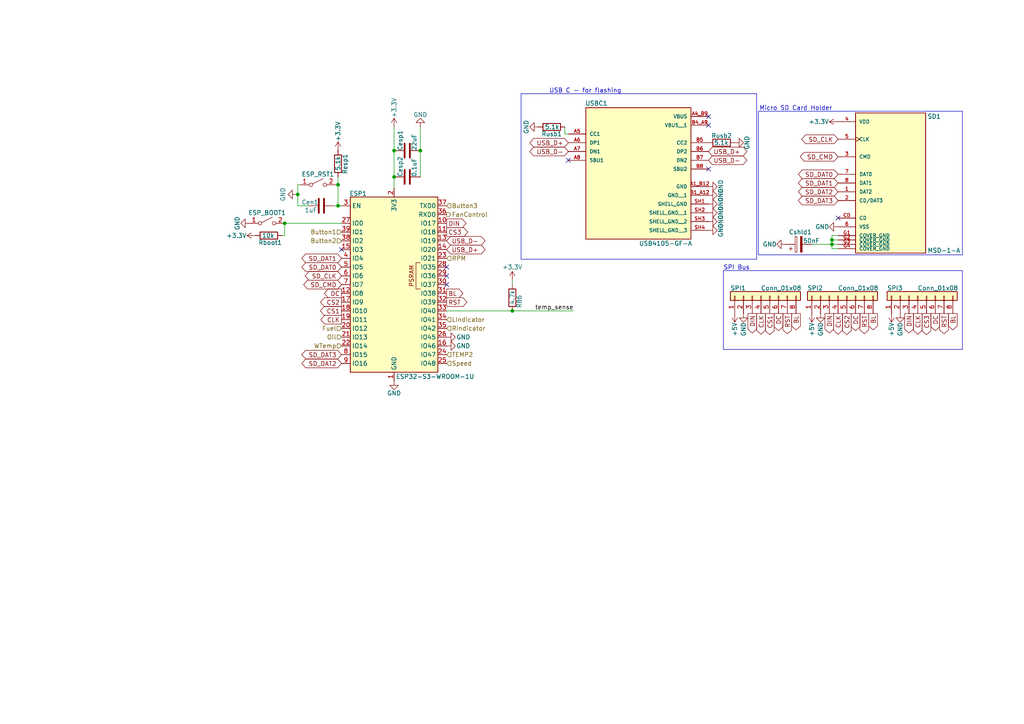
<source format=kicad_sch>
(kicad_sch (version 20231120) (generator "eeschema") (generator_version "8.0")
  (paper "A4")
  (lib_symbols
    (symbol "Connector_Generic:Conn_01x08" (pin_names (offset 1.016) hide)
      (property "Reference" "J" (at 0 10.16 0))
      (property "Value" "Conn_01x08" (at 0 -12.7 0))
      (symbol "Conn_01x08_1_1"
        (rectangle (start -1.27 -10.033) (end 0 -10.287) (stroke (width 0.1524)))
        (rectangle (start -1.27 -7.493) (end 0 -7.747) (stroke (width 0.1524)))
        (rectangle (start -1.27 -4.953) (end 0 -5.207) (stroke (width 0.1524)))
        (rectangle (start -1.27 -2.413) (end 0 -2.667) (stroke (width 0.1524)))
        (rectangle (start -1.27 0.127) (end 0 -0.127) (stroke (width 0.1524)))
        (rectangle (start -1.27 2.667) (end 0 2.413) (stroke (width 0.1524)))
        (rectangle (start -1.27 5.207) (end 0 4.953) (stroke (width 0.1524)))
        (rectangle (start -1.27 7.747) (end 0 7.493) (stroke (width 0.1524)))
        (rectangle (start -1.27 8.89) (end 1.27 -11.43) (stroke (width 0.254)) (fill (type background)))
        (pin passive line (at -5.08 7.62 0) (length 3.81) (name "Pin_1") (number "1"))
        (pin passive line (at -5.08 5.08 0) (length 3.81) (name "Pin_2") (number "2"))
        (pin passive line (at -5.08 2.54 0) (length 3.81) (name "Pin_3") (number "3"))
        (pin passive line (at -5.08 0 0) (length 3.81) (name "Pin_4") (number "4"))
        (pin passive line (at -5.08 -2.54 0) (length 3.81) (name "Pin_5") (number "5"))
        (pin passive line (at -5.08 -5.08 0) (length 3.81) (name "Pin_6") (number "6"))
        (pin passive line (at -5.08 -7.62 0) (length 3.81) (name "Pin_7") (number "7"))
        (pin passive line (at -5.08 -10.16 0) (length 3.81) (name "Pin_8") (number "8"))
      )
    )
    (symbol "Device:C" (pin_numbers hide) (pin_names (offset 0.254))
      (property "Reference" "C" (at 0.635 2.54 0))
      (property "Value" "C" (at 0.635 -2.54 0))
      (symbol "C_0_1"
        (polyline (pts (xy -2.032 -0.762) (xy 2.032 -0.762)) (stroke (width 0.508)))
        (polyline (pts (xy -2.032 0.762) (xy 2.032 0.762)) (stroke (width 0.508)))
      )
      (symbol "C_1_1"
        (pin passive line (at 0 3.81 270) (length 2.794) (name "~") (number "1"))
        (pin passive line (at 0 -3.81 90) (length 2.794) (name "~") (number "2"))
      )
    )
    (symbol "Device:C_Polarized" (pin_numbers hide) (pin_names (offset 0.254))
      (property "Reference" "C" (at 0.635 2.54 0))
      (property "Value" "C_Polarized" (at 0.635 -2.54 0))
      (symbol "C_Polarized_0_1"
        (rectangle (start -2.286 0.508) (end 2.286 1.016))
        (polyline (pts (xy -1.778 2.286) (xy -0.762 2.286)))
        (polyline (pts (xy -1.27 2.794) (xy -1.27 1.778)))
        (rectangle (start 2.286 -0.508) (end -2.286 -1.016) (fill (type outline)))
      )
      (symbol "C_Polarized_1_1"
        (pin passive line (at 0 3.81 270) (length 2.794) (name "~") (number "1"))
        (pin passive line (at 0 -3.81 90) (length 2.794) (name "~") (number "2"))
      )
    )
    (symbol "Device:R" (pin_numbers hide) (pin_names (offset 0))
      (property "Reference" "R" (at 2.032 0 90))
      (property "Value" "R" (at 0 0 90))
      (symbol "R_0_1"
        (rectangle (start -1.016 -2.54) (end 1.016 2.54) (stroke (width 0.254)))
      )
      (symbol "R_1_1"
        (pin passive line (at 0 3.81 270) (length 1.27) (name "~") (number "1"))
        (pin passive line (at 0 -3.81 90) (length 1.27) (name "~") (number "2"))
      )
    )
    (symbol "MSD-1-A:MSD-1-A" (pin_names (offset 1.016))
      (property "Reference" "J" (at -10.16 21.082 0))
      (property "Value" "MSD-1-A" (at -10.16 -22.86 0))
      (symbol "MSD-1-A_0_0"
        (rectangle (start -10.16 20.32) (end 10.16 -20.32) (stroke (width 0.254)) (fill (type background)))
        (pin bidirectional line (at -15.24 -2.54 0) (length 5.08) (name "DAT2") (number "1"))
        (pin bidirectional line (at -15.24 -5.08 0) (length 5.08) (name "CD/DAT3") (number "2"))
        (pin bidirectional line (at -15.24 7.62 0) (length 5.08) (name "CMD") (number "3"))
        (pin power_in line (at -15.24 17.78 0) (length 5.08) (name "VDD") (number "4"))
        (pin input clock (at -15.24 12.7 0) (length 5.08) (name "CLK") (number "5"))
        (pin power_in line (at -15.24 -12.7 0) (length 5.08) (name "VSS") (number "6"))
        (pin bidirectional line (at -15.24 2.54 0) (length 5.08) (name "DAT0") (number "7"))
        (pin bidirectional line (at -15.24 0 0) (length 5.08) (name "DAT1") (number "8"))
        (pin passive line (at -15.24 -10.16 0) (length 5.08) (name "CD") (number "CD"))
      )
      (symbol "MSD-1-A_1_0"
        (pin power_in line (at -15.24 -15.24 0) (length 5.08) (name "COVER_GND") (number "G1"))
        (pin power_in line (at -15.24 -16.51 0) (length 5.08) (name "COVER_GND") (number "G2"))
        (pin power_in line (at -15.24 -17.78 0) (length 5.08) (name "COVER_GND") (number "G3"))
        (pin power_in line (at -15.24 -19.05 0) (length 5.08) (name "COVER_GND") (number "G4"))
      )
    )
    (symbol "RF_Module:ESP32-S3-WROOM-1"
      (property "Reference" "U" (at -12.7 26.67 0))
      (property "Value" "ESP32-S3-WROOM-1" (at 12.7 26.67 0))
      (symbol "ESP32-S3-WROOM-1_0_0"
        (rectangle (start -12.7 25.4) (end 12.7 -25.4) (stroke (width 0.254)) (fill (type background)))
        (text "PSRAM" (at 5.08 2.54 900) (effects (font (size 1.27 1.27))))
      )
      (symbol "ESP32-S3-WROOM-1_0_1"
        (polyline (pts (xy 7.62 -1.27) (xy 6.35 -1.27) (xy 6.35 6.35) (xy 7.62 6.35)))
      )
      (symbol "ESP32-S3-WROOM-1_1_1"
        (pin power_in line (at 0 -27.94 90) (length 2.54) (name "GND") (number "1"))
        (pin bidirectional line (at 15.24 17.78 180) (length 2.54) (name "IO17") (number "10"))
        (pin bidirectional line (at 15.24 15.24 180) (length 2.54) (name "IO18") (number "11"))
        (pin bidirectional line (at -15.24 -2.54 0) (length 2.54) (name "IO8") (number "12"))
        (pin bidirectional line (at 15.24 12.7 180) (length 2.54) (name "IO19") (number "13"))
        (pin bidirectional line (at 15.24 10.16 180) (length 2.54) (name "IO20") (number "14"))
        (pin bidirectional line (at -15.24 10.16 0) (length 2.54) (name "IO3") (number "15"))
        (pin bidirectional line (at 15.24 -17.78 180) (length 2.54) (name "IO46") (number "16"))
        (pin bidirectional line (at -15.24 -5.08 0) (length 2.54) (name "IO9") (number "17"))
        (pin bidirectional line (at -15.24 -7.62 0) (length 2.54) (name "IO10") (number "18"))
        (pin bidirectional line (at -15.24 -10.16 0) (length 2.54) (name "IO11") (number "19"))
        (pin power_in line (at 0 27.94 270) (length 2.54) (name "3V3") (number "2"))
        (pin bidirectional line (at -15.24 -12.7 0) (length 2.54) (name "IO12") (number "20"))
        (pin bidirectional line (at -15.24 -15.24 0) (length 2.54) (name "IO13") (number "21"))
        (pin bidirectional line (at -15.24 -17.78 0) (length 2.54) (name "IO14") (number "22"))
        (pin bidirectional line (at 15.24 7.62 180) (length 2.54) (name "IO21") (number "23"))
        (pin bidirectional line (at 15.24 -20.32 180) (length 2.54) (name "IO47") (number "24"))
        (pin bidirectional line (at 15.24 -22.86 180) (length 2.54) (name "IO48") (number "25"))
        (pin bidirectional line (at 15.24 -15.24 180) (length 2.54) (name "IO45") (number "26"))
        (pin bidirectional line (at -15.24 17.78 0) (length 2.54) (name "IO0") (number "27"))
        (pin bidirectional line (at 15.24 5.08 180) (length 2.54) (name "IO35") (number "28"))
        (pin bidirectional line (at 15.24 2.54 180) (length 2.54) (name "IO36") (number "29"))
        (pin input line (at -15.24 22.86 0) (length 2.54) (name "EN") (number "3"))
        (pin bidirectional line (at 15.24 0 180) (length 2.54) (name "IO37") (number "30"))
        (pin bidirectional line (at 15.24 -2.54 180) (length 2.54) (name "IO38") (number "31"))
        (pin bidirectional line (at 15.24 -5.08 180) (length 2.54) (name "IO39") (number "32"))
        (pin bidirectional line (at 15.24 -7.62 180) (length 2.54) (name "IO40") (number "33"))
        (pin bidirectional line (at 15.24 -10.16 180) (length 2.54) (name "IO41") (number "34"))
        (pin bidirectional line (at 15.24 -12.7 180) (length 2.54) (name "IO42") (number "35"))
        (pin bidirectional line (at 15.24 20.32 180) (length 2.54) (name "RXD0") (number "36"))
        (pin bidirectional line (at 15.24 22.86 180) (length 2.54) (name "TXD0") (number "37"))
        (pin bidirectional line (at -15.24 12.7 0) (length 2.54) (name "IO2") (number "38"))
        (pin bidirectional line (at -15.24 15.24 0) (length 2.54) (name "IO1") (number "39"))
        (pin bidirectional line (at -15.24 7.62 0) (length 2.54) (name "IO4") (number "4"))
        (pin passive line (at 0 -27.94 90) (length 2.54) hide (name "GND") (number "40"))
        (pin passive line (at 0 -27.94 90) (length 2.54) hide (name "GND") (number "41"))
        (pin bidirectional line (at -15.24 5.08 0) (length 2.54) (name "IO5") (number "5"))
        (pin bidirectional line (at -15.24 2.54 0) (length 2.54) (name "IO6") (number "6"))
        (pin bidirectional line (at -15.24 0 0) (length 2.54) (name "IO7") (number "7"))
        (pin bidirectional line (at -15.24 -20.32 0) (length 2.54) (name "IO15") (number "8"))
        (pin bidirectional line (at -15.24 -22.86 0) (length 2.54) (name "IO16") (number "9"))
      )
    )
    (symbol "Switch:SW_SPST" (pin_names (offset 0) hide)
      (property "Reference" "SW" (at 0 3.175 0))
      (property "Value" "SW_SPST" (at 0 -2.54 0))
      (symbol "SW_SPST_0_0"
        (circle (center -2.032 0) (radius 0.508))
        (polyline (pts (xy -1.524 0.254) (xy 1.524 1.778)))
        (circle (center 2.032 0) (radius 0.508))
      )
      (symbol "SW_SPST_1_1"
        (pin passive line (at -5.08 0 0) (length 2.54) (name "A") (number "1"))
        (pin passive line (at 5.08 0 180) (length 2.54) (name "B") (number "2"))
      )
    )
    (symbol "USB-C:USB4105-GF-A" (pin_names (offset 1.016))
      (property "Reference" "J" (at -15.24 13.97 0))
      (property "Value" "USB4105-GF-A" (at -15.24 -27.94 0))
      (symbol "USB4105-GF-A_0_0"
        (rectangle (start -15.24 -25.4) (end 15.24 12.7) (stroke (width 0.254)) (fill (type background)))
        (pin power_in line (at 20.32 -10.16 180) (length 5.08) (name "GND") (number "A1_B12"))
        (pin power_in line (at 20.32 10.16 180) (length 5.08) (name "VBUS") (number "A4_B9"))
        (pin bidirectional line (at -20.32 5.08 0) (length 5.08) (name "CC1") (number "A5"))
        (pin bidirectional line (at -20.32 2.54 0) (length 5.08) (name "DP1") (number "A6"))
        (pin bidirectional line (at -20.32 0 0) (length 5.08) (name "DN1") (number "A7"))
        (pin bidirectional line (at -20.32 -2.54 0) (length 5.08) (name "SBU1") (number "A8"))
        (pin power_in line (at 20.32 -12.7 180) (length 5.08) (name "GND__1") (number "B1_A12"))
        (pin power_in line (at 20.32 7.62 180) (length 5.08) (name "VBUS__1") (number "B4_A9"))
        (pin bidirectional line (at 20.32 2.54 180) (length 5.08) (name "CC2") (number "B5"))
        (pin bidirectional line (at 20.32 0 180) (length 5.08) (name "DP2") (number "B6"))
        (pin bidirectional line (at 20.32 -2.54 180) (length 5.08) (name "DN2") (number "B7"))
        (pin bidirectional line (at 20.32 -5.08 180) (length 5.08) (name "SBU2") (number "B8"))
        (pin power_in line (at 20.32 -15.24 180) (length 5.08) (name "SHELL_GND") (number "SH1"))
        (pin power_in line (at 20.32 -17.78 180) (length 5.08) (name "SHELL_GND__1") (number "SH2"))
        (pin power_in line (at 20.32 -20.32 180) (length 5.08) (name "SHELL_GND__2") (number "SH3"))
        (pin power_in line (at 20.32 -22.86 180) (length 5.08) (name "SHELL_GND__3") (number "SH4"))
      )
    )
    (symbol "power:+3.3V" (power) (pin_numbers hide) (pin_names (offset 0) hide)
      (property "Value" "+3.3V" (at 0 3.556 0))
      (symbol "+3.3V_0_1"
        (polyline (pts (xy -0.762 1.27) (xy 0 2.54)))
        (polyline (pts (xy 0 0) (xy 0 2.54)))
        (polyline (pts (xy 0 2.54) (xy 0.762 1.27)))
      )
      (symbol "+3.3V_1_1"
        (pin power_in line (at 0 0 90) (length 0) (name "~") (number "1"))
      )
    )
    (symbol "power:+5V" (power) (pin_numbers hide) (pin_names (offset 0) hide)
      (property "Value" "+5V" (at 0 3.556 0))
      (symbol "+5V_0_1"
        (polyline (pts (xy -0.762 1.27) (xy 0 2.54)))
        (polyline (pts (xy 0 0) (xy 0 2.54)))
        (polyline (pts (xy 0 2.54) (xy 0.762 1.27)))
      )
      (symbol "+5V_1_1"
        (pin power_in line (at 0 0 90) (length 0) (name "~") (number "1"))
      )
    )
    (symbol "power:GND" (power) (pin_numbers hide) (pin_names (offset 0) hide)
      (property "Value" "GND" (at 0 -3.81 0))
      (symbol "GND_0_1"
        (polyline (pts (xy 0 0) (xy 0 -1.27) (xy 1.27 -1.27) (xy 0 -2.54) (xy -1.27 -1.27) (xy 0 -1.27)))
      )
      (symbol "GND_1_1"
        (pin power_in line (at 0 0 270) (length 0) (name "~") (number "1"))
      )
    )
  )
  (junction (at 82.55 64.77))
  (junction (at 98.044 53.594))
  (junction (at 114.3 43.688))
  (junction (at 114.3 51.308))
  (junction (at 86.36 56.388))
  (junction (at 241.3 70.866))
  (junction (at 148.59 90.17))
  (junction (at 241.3 69.596))
  (junction (at 98.044 59.69))
  (junction (at 121.92 43.688))
  (no_connect (at 99.06 72.39))
  (no_connect (at 205.486 49.022))
  (no_connect (at 129.54 80.01))
  (no_connect (at 243.078 63.246))
  (no_connect (at 129.54 77.47))
  (no_connect (at 164.846 46.482))
  (no_connect (at 205.486 36.322))
  (no_connect (at 129.54 82.55))
  (no_connect (at 205.486 33.782))
  (wire (pts (xy 241.3 70.866) (xy 243.078 70.866)))
  (wire (pts (xy 114.3 51.308) (xy 114.3 43.688)))
  (wire (pts (xy 86.36 53.594) (xy 87.122 53.594)))
  (wire (pts (xy 243.078 68.326) (xy 241.3 68.326)))
  (wire (pts (xy 241.3 72.136) (xy 241.3 70.866)))
  (wire (pts (xy 114.3 43.688) (xy 114.3 36.83)))
  (wire (pts (xy 243.078 69.596) (xy 241.3 69.596)))
  (wire (pts (xy 148.59 90.17) (xy 166.37 90.17)))
  (wire (pts (xy 98.044 51.308) (xy 98.044 53.594)))
  (wire (pts (xy 241.3 69.596) (xy 241.3 70.866)))
  (wire (pts (xy 86.36 56.388) (xy 86.36 59.69)))
  (wire (pts (xy 121.92 36.83) (xy 121.92 43.688)))
  (wire (pts (xy 163.83 36.83) (xy 163.83 38.862)))
  (wire (pts (xy 82.55 64.77) (xy 82.55 68.326)))
  (wire (pts (xy 82.55 64.77) (xy 99.06 64.77)))
  (wire (pts (xy 97.282 53.594) (xy 98.044 53.594)))
  (wire (pts (xy 148.59 90.17) (xy 129.54 90.17)))
  (wire (pts (xy 86.36 53.594) (xy 86.36 56.388)))
  (wire (pts (xy 121.92 51.308) (xy 121.92 43.688)))
  (wire (pts (xy 163.83 38.862) (xy 164.846 38.862)))
  (wire (pts (xy 243.078 72.136) (xy 241.3 72.136)))
  (wire (pts (xy 241.3 68.326) (xy 241.3 69.596)))
  (wire (pts (xy 82.55 68.326) (xy 81.788 68.326)))
  (wire (pts (xy 86.36 59.69) (xy 89.408 59.69)))
  (wire (pts (xy 98.044 59.69) (xy 99.06 59.69)))
  (wire (pts (xy 98.044 53.594) (xy 98.044 59.69)))
  (wire (pts (xy 235.458 70.866) (xy 241.3 70.866)))
  (wire (pts (xy 148.59 81.28) (xy 148.59 82.55)))
  (wire (pts (xy 97.028 59.69) (xy 98.044 59.69)))
  (wire (pts (xy 86.106 56.388) (xy 86.36 56.388)))
  (wire (pts (xy 114.3 51.308) (xy 114.3 54.61)))
  (rectangle (start 209.804 78.486) (end 279.146 101.346))
  (rectangle (start 219.964 32.258) (end 279.146 73.914))
  (rectangle (start 151.13 27.178) (end 219.456 75.184))
  (text "SPI Bus" (at 209.804 77.724 0) (effects (font (size 1.27 1.27)) (justify left)))
  (text "Micro SD Card Holder" (at 220.218 31.496 0) (effects (font (size 1.27 1.27)) (justify left)))
  (text "USB C - for flashing" (at 159.258 26.416 0) (effects (font (size 1.27 1.27)) (justify left)))
  (label "temp_sense" (at 166.37 90.17 180))
  (global_label "DIN" (shape output) (at 263.652 90.932 270) (property "Intersheetrefs" "${INTERSHEET_REFS}" (effects (hide yes))))
  (global_label "DIN" (shape output) (at 129.54 64.77 0) (property "Intersheetrefs" "${INTERSHEET_REFS}" (effects (hide yes))))
  (global_label "BL" (shape output) (at 276.352 90.932 270) (property "Intersheetrefs" "${INTERSHEET_REFS}" (effects (hide yes))))
  (global_label "CS3" (shape output) (at 268.732 90.932 270) (property "Intersheetrefs" "${INTERSHEET_REFS}" (effects (hide yes))))
  (global_label "BL" (shape output) (at 230.886 90.932 270) (property "Intersheetrefs" "${INTERSHEET_REFS}" (effects (hide yes))))
  (global_label "CLK" (shape output) (at 99.06 92.71 180) (property "Intersheetrefs" "${INTERSHEET_REFS}" (effects (hide yes))))
  (global_label "DC" (shape output) (at 225.806 90.932 270) (property "Intersheetrefs" "${INTERSHEET_REFS}" (effects (hide yes))))
  (global_label "SD_DAT3" (shape bidirectional) (at 243.078 58.166 180) (property "Intersheetrefs" "${INTERSHEET_REFS}" (effects (hide yes))))
  (global_label "DIN" (shape output) (at 218.186 90.932 270) (property "Intersheetrefs" "${INTERSHEET_REFS}" (effects (hide yes))))
  (global_label "SD_CMD" (shape bidirectional) (at 243.078 45.466 180) (property "Intersheetrefs" "${INTERSHEET_REFS}" (effects (hide yes))))
  (global_label "SD_DAT3" (shape bidirectional) (at 99.06 102.87 180) (property "Intersheetrefs" "${INTERSHEET_REFS}" (effects (hide yes))))
  (global_label "USB_D-" (shape bidirectional) (at 129.54 69.85 0) (property "Intersheetrefs" "${INTERSHEET_REFS}" (effects (hide yes))))
  (global_label "DIN" (shape output) (at 240.538 90.932 270) (property "Intersheetrefs" "${INTERSHEET_REFS}" (effects (hide yes))))
  (global_label "CS1" (shape output) (at 99.06 90.17 180) (property "Intersheetrefs" "${INTERSHEET_REFS}" (effects (hide yes))))
  (global_label "CS2" (shape output) (at 245.618 90.932 270) (property "Intersheetrefs" "${INTERSHEET_REFS}" (effects (hide yes))))
  (global_label "CS1" (shape output) (at 223.266 90.932 270) (property "Intersheetrefs" "${INTERSHEET_REFS}" (effects (hide yes))))
  (global_label "USB_D-" (shape bidirectional) (at 164.846 43.942 180) (property "Intersheetrefs" "${INTERSHEET_REFS}" (effects (hide yes))))
  (global_label "USB_D-" (shape bidirectional) (at 205.486 46.482 0) (property "Intersheetrefs" "${INTERSHEET_REFS}" (effects (hide yes))))
  (global_label "CS2" (shape output) (at 99.06 87.63 180) (property "Intersheetrefs" "${INTERSHEET_REFS}" (effects (hide yes))))
  (global_label "CS3" (shape output) (at 129.54 67.31 0) (property "Intersheetrefs" "${INTERSHEET_REFS}" (effects (hide yes))))
  (global_label "SD_DAT2" (shape bidirectional) (at 243.078 55.626 180) (property "Intersheetrefs" "${INTERSHEET_REFS}" (effects (hide yes))))
  (global_label "DC" (shape output) (at 99.06 85.09 180) (property "Intersheetrefs" "${INTERSHEET_REFS}" (effects (hide yes))))
  (global_label "SD_DAT2" (shape bidirectional) (at 99.06 105.41 180) (property "Intersheetrefs" "${INTERSHEET_REFS}" (effects (hide yes))))
  (global_label "SD_CMD" (shape bidirectional) (at 99.06 82.55 180) (property "Intersheetrefs" "${INTERSHEET_REFS}" (effects (hide yes))))
  (global_label "CLK" (shape output) (at 243.078 90.932 270) (property "Intersheetrefs" "${INTERSHEET_REFS}" (effects (hide yes))))
  (global_label "SD_DAT0" (shape bidirectional) (at 243.078 50.546 180) (property "Intersheetrefs" "${INTERSHEET_REFS}" (effects (hide yes))))
  (global_label "DC" (shape output) (at 248.158 90.932 270) (property "Intersheetrefs" "${INTERSHEET_REFS}" (effects (hide yes))))
  (global_label "CLK" (shape output) (at 266.192 90.932 270) (property "Intersheetrefs" "${INTERSHEET_REFS}" (effects (hide yes))))
  (global_label "RST" (shape output) (at 228.346 90.932 270) (property "Intersheetrefs" "${INTERSHEET_REFS}" (effects (hide yes))))
  (global_label "SD_CLK" (shape bidirectional) (at 99.06 80.01 180) (property "Intersheetrefs" "${INTERSHEET_REFS}" (effects (hide yes))))
  (global_label "BL" (shape output) (at 253.238 90.932 270) (property "Intersheetrefs" "${INTERSHEET_REFS}" (effects (hide yes))))
  (global_label "SD_CLK" (shape bidirectional) (at 243.078 40.386 180) (property "Intersheetrefs" "${INTERSHEET_REFS}" (effects (hide yes))))
  (global_label "RST" (shape output) (at 129.54 87.63 0) (property "Intersheetrefs" "${INTERSHEET_REFS}" (effects (hide yes))))
  (global_label "CLK" (shape output) (at 220.726 90.932 270) (property "Intersheetrefs" "${INTERSHEET_REFS}" (effects (hide yes))))
  (global_label "SD_DAT0" (shape bidirectional) (at 99.06 77.47 180) (property "Intersheetrefs" "${INTERSHEET_REFS}" (effects (hide yes))))
  (global_label "USB_D+" (shape bidirectional) (at 129.54 72.39 0) (property "Intersheetrefs" "${INTERSHEET_REFS}" (effects (hide yes))))
  (global_label "DC" (shape output) (at 271.272 90.932 270) (property "Intersheetrefs" "${INTERSHEET_REFS}" (effects (hide yes))))
  (global_label "USB_D+" (shape bidirectional) (at 205.486 43.942 0) (property "Intersheetrefs" "${INTERSHEET_REFS}" (effects (hide yes))))
  (global_label "USB_D+" (shape bidirectional) (at 164.846 41.402 180) (property "Intersheetrefs" "${INTERSHEET_REFS}" (effects (hide yes))))
  (global_label "SD_DAT1" (shape bidirectional) (at 243.078 53.086 180) (property "Intersheetrefs" "${INTERSHEET_REFS}" (effects (hide yes))))
  (global_label "SD_DAT1" (shape bidirectional) (at 99.06 74.93 180) (property "Intersheetrefs" "${INTERSHEET_REFS}" (effects (hide yes))))
  (global_label "BL" (shape output) (at 129.54 85.09 0) (property "Intersheetrefs" "${INTERSHEET_REFS}" (effects (hide yes))))
  (global_label "RST" (shape output) (at 250.698 90.932 270) (property "Intersheetrefs" "${INTERSHEET_REFS}" (effects (hide yes))))
  (global_label "RST" (shape output) (at 273.812 90.932 270) (property "Intersheetrefs" "${INTERSHEET_REFS}" (effects (hide yes))))
  (hierarchical_label "TEMP2" (shape input) (at 129.54 102.87 0))
  (hierarchical_label "Button1" (shape input) (at 99.06 67.31 180))
  (hierarchical_label "Oil" (shape input) (at 99.06 97.79 180))
  (hierarchical_label "RPM" (shape input) (at 129.54 74.93 0))
  (hierarchical_label "Button2" (shape input) (at 99.06 69.85 180))
  (hierarchical_label "Button3" (shape input) (at 129.54 59.69 0))
  (hierarchical_label "Fuel" (shape input) (at 99.06 95.25 180))
  (hierarchical_label "LIndicator" (shape input) (at 129.54 92.71 0))
  (hierarchical_label "WTemp" (shape input) (at 99.06 100.33 180))
  (hierarchical_label "RIndicator" (shape input) (at 129.54 95.25 0))
  (hierarchical_label "Speed" (shape input) (at 129.54 105.41 0))
  (hierarchical_label "FanControl" (shape output) (at 129.54 62.23 0))
  (symbol (lib_id "RF_Module:ESP32-S3-WROOM-1") (at 114.3 82.55 0) (unit 1)
    (property "Reference" "ESP1" (at 101.346 56.134 0) (effects (justify left)))
    (property "Value" "ESP32-S3-WROOM-1U" (at 114.808 109.22 0) (effects (justify left)))
    (property "Footprint" "RF_Module:ESP32-S3-WROOM-1U" (effects (hide yes)))
    (property "Datasheet" "https://www.espressif.com/sites/default/files/documentation/esp32-s3-wroom-1_wroom-1u_datasheet_en.pdf" (effects (hide yes)))
    (property "Description" "RF Module, ESP32-S3 SoC, Wi-Fi 802.11b/g/n, Bluetooth, BLE, 32-bit, 3.3V, onboard antenna, SMD" (effects (hide yes)))
  )
  (symbol (lib_id "power:GND") (at 86.106 56.388 270) (mirror x) (unit 1)
    (property "Reference" "#PWR031" (effects (hide yes)))
    (property "Value" "GND" (at 82.042 56.388 0))
    (property "Description" "Power symbol creates a global label with name \"GND\" , ground" (effects (hide yes)))
  )
  (symbol (lib_id "Switch:SW_SPST") (at 92.202 53.594 0) (unit 1)
    (property "Reference" "ESP_RST1" (at 92.202 50.546 0))
    (property "Value" "SW_SPST" (effects (hide yes)))
    (property "Footprint" "button:small_button" (effects (hide yes)))
    (property "Description" "Single Pole Single Throw (SPST) switch" (effects (hide yes)))
  )
  (symbol (lib_id "Device:C") (at 118.11 43.688 90) (unit 1)
    (property "Reference" "Cesp1" (at 116.078 43.688 0) (effects (justify left)))
    (property "Value" "22uF" (at 120.142 43.688 0) (effects (justify left)))
    (property "Footprint" "Capacitor_SMD:C_0805_2012Metric" (effects (hide yes)))
    (property "Description" "Unpolarized capacitor" (effects (hide yes)))
  )
  (symbol (lib_id "power:GND") (at 121.92 36.83 180) (unit 1)
    (property "Reference" "#PWR035" (effects (hide yes)))
    (property "Value" "GND" (at 121.92 33.274 0))
    (property "Description" "Power symbol creates a global label with name \"GND\" , ground" (effects (hide yes)))
  )
  (symbol (lib_id "power:+3.3V") (at 114.3 36.83 0) (unit 1)
    (property "Reference" "#PWR033" (effects (hide yes)))
    (property "Value" "+3.3V" (at 114.3 31.242 90))
    (property "Description" "Power symbol creates a global label with name \"+3.3V\"" (effects (hide yes)))
  )
  (symbol (lib_id "power:+3.3V") (at 98.044 43.688 0) (mirror y) (unit 1)
    (property "Reference" "#PWR032" (effects (hide yes)))
    (property "Value" "+3.3V" (at 98.044 38.1 90))
    (property "Description" "Power symbol creates a global label with name \"+3.3V\"" (effects (hide yes)))
  )
  (symbol (lib_id "Device:C") (at 93.218 59.69 90) (unit 1)
    (property "Reference" "Cen1" (at 89.916 58.674 90))
    (property "Value" "1uF" (at 90.17 60.96 90))
    (property "Footprint" "Capacitor_SMD:C_0805_2012Metric" (effects (hide yes)))
    (property "Description" "Unpolarized capacitor" (effects (hide yes)))
  )
  (symbol (lib_id "power:GND") (at 243.078 65.786 270) (unit 1)
    (property "Reference" "#PWR052" (effects (hide yes)))
    (property "Value" "GND" (at 240.538 65.786 90) (effects (justify right)))
    (property "Description" "Power symbol creates a global label with name \"GND\" , ground" (effects (hide yes)))
  )
  (symbol (lib_id "power:+3.3V") (at 74.168 68.326 90) (mirror x) (unit 1)
    (property "Reference" "#PWR030" (effects (hide yes)))
    (property "Value" "+3.3V" (at 68.58 68.326 90))
    (property "Description" "Power symbol creates a global label with name \"+3.3V\"" (effects (hide yes)))
  )
  (symbol (lib_id "power:GND") (at 72.39 64.77 270) (mirror x) (unit 1)
    (property "Reference" "#PWR029" (effects (hide yes)))
    (property "Value" "GND" (at 68.834 64.77 0))
    (property "Description" "Power symbol creates a global label with name \"GND\" , ground" (effects (hide yes)))
  )
  (symbol (lib_id "power:+3.3V") (at 148.59 81.28 0) (mirror y) (unit 1)
    (property "Reference" "#PWR061" (effects (hide yes)))
    (property "Value" "+3.3V" (at 148.59 77.47 0))
    (property "Description" "Power symbol creates a global label with name \"+3.3V\"" (effects (hide yes)))
  )
  (symbol (lib_id "USB-C:USB4105-GF-A") (at 185.166 43.942 0) (unit 1)
    (property "Reference" "USBC1" (at 172.974 29.972 0))
    (property "Value" "USB4105-GF-A" (at 193.04 70.612 0))
    (property "Footprint" "USB-C 2.0:GCT_USB4105-GF-A" (effects (hide yes)))
    (property "PARTREV" "B4" (effects (hide yes)))
    (property "STANDARD" "Manufacturer Recommendations" (effects (hide yes)))
    (property "MAXIMUM_PACKAGE_HEIGHT" "3.31 mm" (effects (hide yes)))
    (property "MANUFACTURER" "GCT" (effects (hide yes)))
  )
  (symbol (lib_id "power:GND") (at 205.486 56.642 90) (unit 1)
    (property "Reference" "#PWR040" (effects (hide yes)))
    (property "Value" "GND" (at 209.042 56.642 0))
    (property "Description" "Power symbol creates a global label with name \"GND\" , ground" (effects (hide yes)))
  )
  (symbol (lib_id "power:GND") (at 261.112 90.932 0) (unit 1)
    (property "Reference" "#PWR054" (effects (hide yes)))
    (property "Value" "GND" (at 261.112 93.472 90) (effects (justify right)))
    (property "Description" "Power symbol creates a global label with name \"GND\" , ground" (effects (hide yes)))
  )
  (symbol (lib_id "Connector_Generic:Conn_01x08") (at 243.078 85.852 90) (unit 1)
    (property "Reference" "SPI2" (at 234.188 83.566 90) (effects (justify right)))
    (property "Value" "Conn_01x08" (at 248.92 83.566 90))
    (property "Footprint" "Connector_JST:JST_SH_BM08B-SRSS-TB_1x08-1MP_P1.00mm_Vertical" (effects (hide yes)))
    (property "Description" "Generic connector, single row, 01x08, script generated (kicad-library-utils/schlib/autogen/connector/)" (effects (hide yes)))
  )
  (symbol (lib_id "Device:R") (at 148.59 86.36 0) (unit 1)
    (property "Reference" "R86" (at 150.622 89.408 90) (effects (justify left)))
    (property "Value" "4.7k" (at 148.59 88.392 90) (effects (justify left)))
    (property "Footprint" "Resistor_SMD:R_0603_1608Metric" (effects (hide yes)))
    (property "Description" "Resistor" (effects (hide yes)))
  )
  (symbol (lib_id "Device:R") (at 209.296 41.402 90) (unit 1)
    (property "Reference" "Rusb2" (at 209.296 39.37 90))
    (property "Value" "5.1k" (at 211.328 41.402 90) (effects (justify left)))
    (property "Footprint" "Resistor_SMD:R_0603_1608Metric" (effects (hide yes)))
    (property "Description" "Resistor" (effects (hide yes)))
  )
  (symbol (lib_id "power:+5V") (at 258.572 90.932 180) (unit 1)
    (property "Reference" "#PWR053" (effects (hide yes)))
    (property "Value" "+5V" (at 258.572 93.472 90) (effects (justify left)))
    (property "Description" "Power symbol creates a global label with name \"+5V\"" (effects (hide yes)))
  )
  (symbol (lib_id "Connector_Generic:Conn_01x08") (at 220.726 85.852 90) (unit 1)
    (property "Reference" "SPI1" (at 211.836 83.566 90) (effects (justify right)))
    (property "Value" "Conn_01x08" (at 226.568 83.566 90))
    (property "Footprint" "Connector_JST:JST_SH_BM08B-SRSS-TB_1x08-1MP_P1.00mm_Vertical" (effects (hide yes)))
    (property "Description" "Generic connector, single row, 01x08, script generated (kicad-library-utils/schlib/autogen/connector/)" (effects (hide yes)))
  )
  (symbol (lib_id "MSD-1-A:MSD-1-A") (at 258.318 53.086 0) (unit 1)
    (property "Reference" "SD1" (at 268.986 33.782 0) (effects (justify left)))
    (property "Value" "MSD-1-A" (at 268.986 72.644 0) (effects (justify left)))
    (property "Footprint" "MSD-1-A:CUI_MSD-1-A" (effects (hide yes)))
    (property "MF" "CUI Devices" (effects (hide yes)))
    (property "MAXIMUM_PACKAGE_HEIGHT" "2.00mm" (effects (hide yes)))
    (property "Package" "None" (effects (hide yes)))
    (property "Price" "None" (effects (hide yes)))
    (property "Check_prices" "https://www.snapeda.com/parts/MSD-1-A/CUI+Devices/view-part/?ref=eda" (effects (hide yes)))
    (property "STANDARD" "Manufacturer Recommendations" (effects (hide yes)))
    (property "PARTREV" "1.0" (effects (hide yes)))
    (property "SnapEDA_Link" "https://www.snapeda.com/parts/MSD-1-A/CUI+Devices/view-part/?ref=snap" (effects (hide yes)))
    (property "MP" "MSD-1-A" (effects (hide yes)))
    (property "Purchase-URL" "https://www.snapeda.com/api/url_track_click_mouser/?unipart_id=15689680&manufacturer=CUI Devices&part_name=MSD-1-A&search_term=None" (effects (hide yes)))
    (property "Description_1" "Micro SD Card Connector, 9 Positions, Connector and Ejector, Push In, Auto Eject Out, Surface Mount, 1.8 mm Height Above Board, Gold Flash" (effects (hide yes)))
    (property "CUI_purchase_URL" "https://www.cuidevices.com/product/interconnect/connectors/memory-card-connectors/sd-card-connectors/msd-1-a?utm_source=snapeda.com&utm_medium=referral&utm_campaign=snapedaBOM" (effects (hide yes)))
    (property "Availability" "In Stock" (effects (hide yes)))
    (property "MANUFACTURER" "CUI Devices" (effects (hide yes)))
  )
  (symbol (lib_id "Switch:SW_SPST") (at 77.47 64.77 0) (unit 1)
    (property "Reference" "ESP_BOOT1" (at 77.47 61.722 0))
    (property "Value" "SW_SPST" (effects (hide yes)))
    (property "Footprint" "button:small_button" (effects (hide yes)))
    (property "Description" "Single Pole Single Throw (SPST) switch" (effects (hide yes)))
  )
  (symbol (lib_id "power:+3.3V") (at 243.078 35.306 90) (unit 1)
    (property "Reference" "#PWR051" (effects (hide yes)))
    (property "Value" "+3.3V" (at 237.49 35.306 90))
    (property "Description" "Power symbol creates a global label with name \"+3.3V\"" (effects (hide yes)))
  )
  (symbol (lib_id "power:GND") (at 227.838 70.866 270) (unit 1)
    (property "Reference" "#PWR048" (effects (hide yes)))
    (property "Value" "GND" (at 225.298 70.866 90) (effects (justify right)))
    (property "Description" "Power symbol creates a global label with name \"GND\" , ground" (effects (hide yes)))
  )
  (symbol (lib_id "power:GND") (at 205.486 61.722 90) (unit 1)
    (property "Reference" "#PWR042" (effects (hide yes)))
    (property "Value" "GND" (at 209.042 61.722 0))
    (property "Description" "Power symbol creates a global label with name \"GND\" , ground" (effects (hide yes)))
  )
  (symbol (lib_id "power:GND") (at 205.486 59.182 90) (unit 1)
    (property "Reference" "#PWR041" (effects (hide yes)))
    (property "Value" "GND" (at 209.042 59.182 0))
    (property "Description" "Power symbol creates a global label with name \"GND\" , ground" (effects (hide yes)))
  )
  (symbol (lib_id "Connector_Generic:Conn_01x08") (at 266.192 85.852 90) (unit 1)
    (property "Reference" "SPI3" (at 257.302 83.566 90) (effects (justify right)))
    (property "Value" "Conn_01x08" (at 272.034 83.566 90))
    (property "Footprint" "Connector_JST:JST_SH_BM08B-SRSS-TB_1x08-1MP_P1.00mm_Vertical" (effects (hide yes)))
    (property "Description" "Generic connector, single row, 01x08, script generated (kicad-library-utils/schlib/autogen/connector/)" (effects (hide yes)))
  )
  (symbol (lib_id "power:+5V") (at 213.106 90.932 180) (unit 1)
    (property "Reference" "#PWR046" (effects (hide yes)))
    (property "Value" "+5V" (at 213.106 93.472 90) (effects (justify left)))
    (property "Description" "Power symbol creates a global label with name \"+5V\"" (effects (hide yes)))
  )
  (symbol (lib_id "power:GND") (at 129.54 100.33 90) (unit 1)
    (property "Reference" "#PWR037" (effects (hide yes)))
    (property "Value" "GND" (at 134.366 100.33 90))
    (property "Description" "Power symbol creates a global label with name \"GND\" , ground" (effects (hide yes)))
  )
  (symbol (lib_id "power:GND") (at 205.486 64.262 90) (unit 1)
    (property "Reference" "#PWR043" (effects (hide yes)))
    (property "Value" "GND" (at 209.042 64.262 0))
    (property "Description" "Power symbol creates a global label with name \"GND\" , ground" (effects (hide yes)))
  )
  (symbol (lib_id "power:GND") (at 205.486 54.102 90) (unit 1)
    (property "Reference" "#PWR039" (effects (hide yes)))
    (property "Value" "GND" (at 209.042 54.102 0))
    (property "Description" "Power symbol creates a global label with name \"GND\" , ground" (effects (hide yes)))
  )
  (symbol (lib_id "power:GND") (at 129.54 97.79 90) (unit 1)
    (property "Reference" "#PWR036" (effects (hide yes)))
    (property "Value" "GND" (at 134.366 97.79 90))
    (property "Description" "Power symbol creates a global label with name \"GND\" , ground" (effects (hide yes)))
  )
  (symbol (lib_id "power:GND") (at 156.21 36.83 270) (unit 1)
    (property "Reference" "#PWR038" (effects (hide yes)))
    (property "Value" "GND" (at 152.654 36.83 0))
    (property "Description" "Power symbol creates a global label with name \"GND\" , ground" (effects (hide yes)))
  )
  (symbol (lib_id "power:GND") (at 213.106 41.402 90) (unit 1)
    (property "Reference" "#PWR045" (effects (hide yes)))
    (property "Value" "GND" (at 216.662 41.402 0))
    (property "Description" "Power symbol creates a global label with name \"GND\" , ground" (effects (hide yes)))
  )
  (symbol (lib_id "power:GND") (at 205.486 66.802 90) (unit 1)
    (property "Reference" "#PWR044" (effects (hide yes)))
    (property "Value" "GND" (at 209.042 66.802 0))
    (property "Description" "Power symbol creates a global label with name \"GND\" , ground" (effects (hide yes)))
  )
  (symbol (lib_id "Device:R") (at 77.978 68.326 270) (unit 1)
    (property "Reference" "Rboot1" (at 74.93 70.358 90) (effects (justify left)))
    (property "Value" "10k" (at 75.946 68.326 90) (effects (justify left)))
    (property "Footprint" "Resistor_SMD:R_0603_1608Metric" (effects (hide yes)))
    (property "Description" "Resistor" (effects (hide yes)))
  )
  (symbol (lib_id "power:GND") (at 114.3 110.49 0) (unit 1)
    (property "Reference" "#PWR034" (effects (hide yes)))
    (property "Value" "GND" (at 114.3 114.046 0))
    (property "Description" "Power symbol creates a global label with name \"GND\" , ground" (effects (hide yes)))
  )
  (symbol (lib_id "power:GND") (at 215.646 90.932 0) (unit 1)
    (property "Reference" "#PWR047" (effects (hide yes)))
    (property "Value" "GND" (at 215.646 93.472 90) (effects (justify right)))
    (property "Description" "Power symbol creates a global label with name \"GND\" , ground" (effects (hide yes)))
  )
  (symbol (lib_id "power:+5V") (at 235.458 90.932 180) (unit 1)
    (property "Reference" "#PWR049" (effects (hide yes)))
    (property "Value" "+5V" (at 235.458 93.472 90) (effects (justify left)))
    (property "Description" "Power symbol creates a global label with name \"+5V\"" (effects (hide yes)))
  )
  (symbol (lib_id "Device:C_Polarized") (at 231.648 70.866 90) (unit 1)
    (property "Reference" "Cshld1" (at 235.458 67.31 90) (effects (justify left)))
    (property "Value" "50nF" (at 237.744 69.85 90) (effects (justify left)))
    (property "Footprint" "Capacitor_SMD:C_0805_2012Metric" (effects (hide yes)))
    (property "Description" "Polarized capacitor" (effects (hide yes)))
  )
  (symbol (lib_id "Device:R") (at 98.044 47.498 0) (unit 1)
    (property "Reference" "Resp1" (at 100.076 50.546 90) (effects (justify left)))
    (property "Value" "5.1k" (at 98.044 49.53 90) (effects (justify left)))
    (property "Footprint" "Resistor_SMD:R_0603_1608Metric" (effects (hide yes)))
    (property "Description" "Resistor" (effects (hide yes)))
  )
  (symbol (lib_id "Device:C") (at 118.11 51.308 90) (unit 1)
    (property "Reference" "Cesp2" (at 116.078 51.308 0) (effects (justify left)))
    (property "Value" "0.1uF" (at 120.142 51.308 0) (effects (justify left)))
    (property "Footprint" "Capacitor_SMD:C_0805_2012Metric" (effects (hide yes)))
    (property "Description" "Unpolarized capacitor" (effects (hide yes)))
  )
  (symbol (lib_id "Device:R") (at 160.02 36.83 270) (unit 1)
    (property "Reference" "Rusb1" (at 160.02 38.862 90))
    (property "Value" "5.1k" (at 157.988 36.83 90) (effects (justify left)))
    (property "Footprint" "Resistor_SMD:R_0603_1608Metric" (effects (hide yes)))
    (property "Description" "Resistor" (effects (hide yes)))
  )
  (symbol (lib_id "power:GND") (at 237.998 90.932 0) (unit 1)
    (property "Reference" "#PWR050" (effects (hide yes)))
    (property "Value" "GND" (at 237.998 93.472 90) (effects (justify right)))
    (property "Description" "Power symbol creates a global label with name \"GND\" , ground" (effects (hide yes)))
  )
)
</source>
